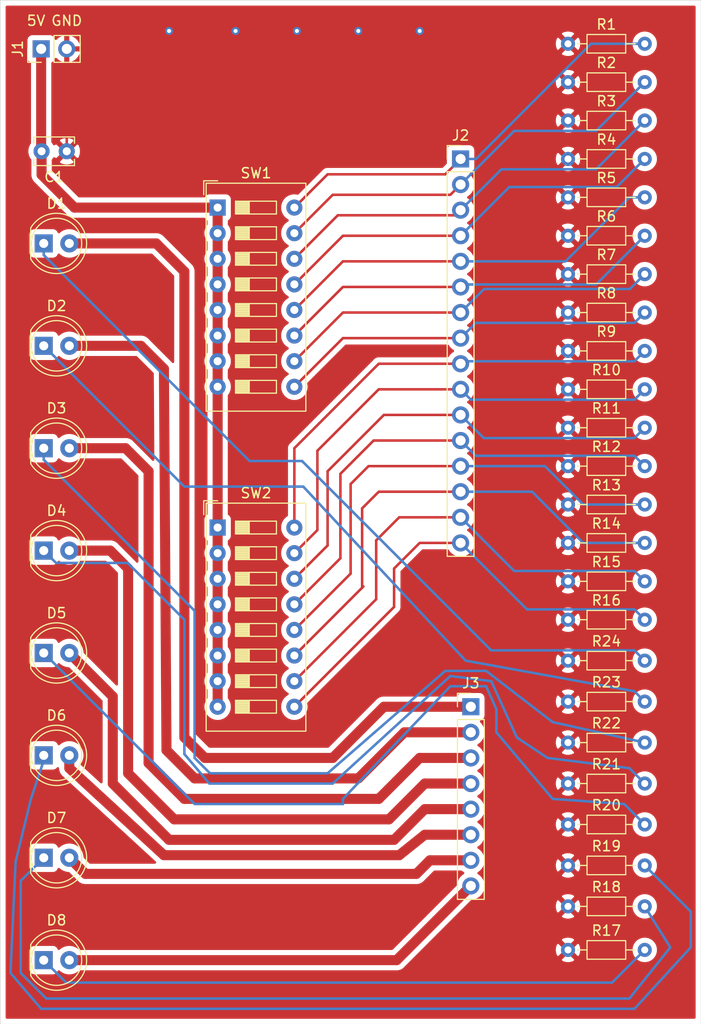
<source format=kicad_pcb>
(kicad_pcb (version 20171130) (host pcbnew "(5.1.12)-1")
  (layers (0 F.Cu signal hide) (31 B.Cu signal) (34 B.Paste user) (35 F.Paste user) (36 B.SilkS user) (37 F.SilkS user) (38 B.Mask user) (39 F.Mask user) (44 Edge.Cuts user))
  (net 0 "")
  (net 1 GND)
  (net 2 +5V)
  (net 3 "Net-(D1-Pad2)")
  (net 4 "Net-(D1-Pad1)")
  (net 5 "Net-(D2-Pad2)")
  (net 6 "Net-(D2-Pad1)")
  (net 7 "Net-(D3-Pad1)")
  (net 8 "Net-(D3-Pad2)")
  (net 9 "Net-(D4-Pad1)")
  (net 10 "Net-(D4-Pad2)")
  (net 11 "Net-(D5-Pad2)")
  (net 12 "Net-(D5-Pad1)")
  (net 13 "Net-(D6-Pad1)")
  (net 14 "Net-(D6-Pad2)")
  (net 15 "Net-(D7-Pad2)")
  (net 16 "Net-(D7-Pad1)")
  (net 17 "Net-(D8-Pad1)")
  (net 18 "Net-(D8-Pad2)")
  (net 19 "Net-(J2-Pad1)")
  (net 20 "Net-(J2-Pad2)")
  (net 21 "Net-(J2-Pad3)")
  (net 22 "Net-(J2-Pad4)")
  (net 23 "Net-(J2-Pad5)")
  (net 24 "Net-(J2-Pad6)")
  (net 25 "Net-(J2-Pad7)")
  (net 26 "Net-(J2-Pad8)")
  (net 27 "Net-(J2-Pad9)")
  (net 28 "Net-(J2-Pad10)")
  (net 29 "Net-(J2-Pad11)")
  (net 30 "Net-(J2-Pad12)")
  (net 31 "Net-(J2-Pad13)")
  (net 32 "Net-(J2-Pad14)")
  (net 33 "Net-(J2-Pad15)")
  (net 34 "Net-(J2-Pad16)")
  (module Capacitor_THT:C_Disc_D3.8mm_W2.6mm_P2.50mm (layer F.Cu) (at 87.376 45.466 180)
    (fp_text reference C1 (at 1.25 -2.55) (layer F.SilkS))
    (fp_text value 0.1uF)
    (pad 1 thru_hole circle (at 0 0 180) (size 1.6 1.6) (drill 0.8) (layers *.Cu *.Mask) (net 1 GND))
    (pad 2 thru_hole circle (at 2.5 0 180) (size 1.6 1.6) (drill 0.8) (layers *.Cu *.Mask) (net 2 +5V))
  )
  (module LED_THT:LED_D5.0mm (layer F.Cu) (at 85.09 125.73)
    (fp_text reference D8 (at 1.27 -3.96) (layer F.SilkS))
    (fp_text value LED)
    (pad 2 thru_hole circle (at 2.54 0) (size 1.8 1.8) (drill 0.9) (layers *.Cu *.Mask) (net 18 "Net-(D8-Pad2)"))
    (pad 1 thru_hole rect (at 0 0) (size 1.8 1.8) (drill 0.9) (layers *.Cu *.Mask) (net 17 "Net-(D8-Pad1)"))
  )
  (module LED_THT:LED_D5.0mm (layer F.Cu) (at 85.09 115.57)
    (fp_text reference D7 (at 1.27 -3.96) (layer F.SilkS))
    (fp_text value LED)
    (pad 2 thru_hole circle (at 2.54 0) (size 1.8 1.8) (drill 0.9) (layers *.Cu *.Mask) (net 15 "Net-(D7-Pad2)"))
    (pad 1 thru_hole rect (at 0 0) (size 1.8 1.8) (drill 0.9) (layers *.Cu *.Mask) (net 16 "Net-(D7-Pad1)"))
  )
  (module LED_THT:LED_D5.0mm (layer F.Cu) (at 85.09 105.41)
    (fp_text reference D6 (at 1.27 -3.96) (layer F.SilkS))
    (fp_text value LED)
    (pad 1 thru_hole rect (at 0 0) (size 1.8 1.8) (drill 0.9) (layers *.Cu *.Mask) (net 13 "Net-(D6-Pad1)"))
    (pad 2 thru_hole circle (at 2.54 0) (size 1.8 1.8) (drill 0.9) (layers *.Cu *.Mask) (net 14 "Net-(D6-Pad2)"))
  )
  (module LED_THT:LED_D5.0mm (layer F.Cu) (at 85.09 95.25)
    (fp_text reference D5 (at 1.27 -3.96) (layer F.SilkS))
    (fp_text value LED)
    (pad 1 thru_hole rect (at 0 0) (size 1.8 1.8) (drill 0.9) (layers *.Cu *.Mask) (net 12 "Net-(D5-Pad1)"))
    (pad 2 thru_hole circle (at 2.54 0) (size 1.8 1.8) (drill 0.9) (layers *.Cu *.Mask) (net 11 "Net-(D5-Pad2)"))
  )
  (module LED_THT:LED_D5.0mm (layer F.Cu) (at 85.09 85.09)
    (fp_text reference D4 (at 1.27 -3.96) (layer F.SilkS))
    (fp_text value LED)
    (pad 2 thru_hole circle (at 2.54 0) (size 1.8 1.8) (drill 0.9) (layers *.Cu *.Mask) (net 10 "Net-(D4-Pad2)"))
    (pad 1 thru_hole rect (at 0 0) (size 1.8 1.8) (drill 0.9) (layers *.Cu *.Mask) (net 9 "Net-(D4-Pad1)"))
  )
  (module LED_THT:LED_D5.0mm (layer F.Cu) (at 85.09 74.93)
    (fp_text reference D3 (at 1.27 -3.96) (layer F.SilkS))
    (fp_text value LED)
    (pad 1 thru_hole rect (at 0 0) (size 1.8 1.8) (drill 0.9) (layers *.Cu *.Mask) (net 7 "Net-(D3-Pad1)"))
    (pad 2 thru_hole circle (at 2.54 0) (size 1.8 1.8) (drill 0.9) (layers *.Cu *.Mask) (net 8 "Net-(D3-Pad2)"))
  )
  (module LED_THT:LED_D5.0mm (layer F.Cu) (at 85.09 64.77)
    (fp_text reference D2 (at 1.27 -3.96) (layer F.SilkS))
    (fp_text value LED)
    (pad 2 thru_hole circle (at 2.54 0) (size 1.8 1.8) (drill 0.9) (layers *.Cu *.Mask) (net 5 "Net-(D2-Pad2)"))
    (pad 1 thru_hole rect (at 0 0) (size 1.8 1.8) (drill 0.9) (layers *.Cu *.Mask) (net 6 "Net-(D2-Pad1)"))
  )
  (module LED_THT:LED_D5.0mm (layer F.Cu) (at 85.09 54.61)
    (fp_text reference D1 (at 1.27 -3.96) (layer F.SilkS))
    (fp_text value LED)
    (pad 1 thru_hole rect (at 0 0) (size 1.8 1.8) (drill 0.9) (layers *.Cu *.Mask) (net 4 "Net-(D1-Pad1)"))
    (pad 2 thru_hole circle (at 2.54 0) (size 1.8 1.8) (drill 0.9) (layers *.Cu *.Mask) (net 3 "Net-(D1-Pad2)"))
  )
  (module Connector_PinHeader_2.54mm:PinHeader_1x02_P2.54mm_Vertical (layer F.Cu) (at 84.836 35.306 90)
    (fp_text reference J1 (at 0 -2.33 90) (layer F.SilkS))
    (fp_text value Conn_01x02)
    (pad 1 thru_hole rect (at 0 0 90) (size 1.7 1.7) (drill 1) (layers *.Cu *.Mask) (net 2 +5V))
    (pad 2 thru_hole oval (at 0 2.54 90) (size 1.7 1.7) (drill 1) (layers *.Cu *.Mask) (net 1 GND))
  )
  (module Connector_PinHeader_2.54mm:PinHeader_1x16_P2.54mm_Vertical (layer F.Cu) (at 126.492 46.228)
    (fp_text reference J2 (at 0 -2.33) (layer F.SilkS))
    (fp_text value Conn_01x16)
    (pad 1 thru_hole rect (at 0 0) (size 1.7 1.7) (drill 1) (layers *.Cu *.Mask) (net 19 "Net-(J2-Pad1)"))
    (pad 2 thru_hole oval (at 0 2.54) (size 1.7 1.7) (drill 1) (layers *.Cu *.Mask) (net 20 "Net-(J2-Pad2)"))
    (pad 3 thru_hole oval (at 0 5.08) (size 1.7 1.7) (drill 1) (layers *.Cu *.Mask) (net 21 "Net-(J2-Pad3)"))
    (pad 4 thru_hole oval (at 0 7.62) (size 1.7 1.7) (drill 1) (layers *.Cu *.Mask) (net 22 "Net-(J2-Pad4)"))
    (pad 5 thru_hole oval (at 0 10.16) (size 1.7 1.7) (drill 1) (layers *.Cu *.Mask) (net 23 "Net-(J2-Pad5)"))
    (pad 6 thru_hole oval (at 0 12.7) (size 1.7 1.7) (drill 1) (layers *.Cu *.Mask) (net 24 "Net-(J2-Pad6)"))
    (pad 7 thru_hole oval (at 0 15.24) (size 1.7 1.7) (drill 1) (layers *.Cu *.Mask) (net 25 "Net-(J2-Pad7)"))
    (pad 8 thru_hole oval (at 0 17.78) (size 1.7 1.7) (drill 1) (layers *.Cu *.Mask) (net 26 "Net-(J2-Pad8)"))
    (pad 9 thru_hole oval (at 0 20.32) (size 1.7 1.7) (drill 1) (layers *.Cu *.Mask) (net 27 "Net-(J2-Pad9)"))
    (pad 10 thru_hole oval (at 0 22.86) (size 1.7 1.7) (drill 1) (layers *.Cu *.Mask) (net 28 "Net-(J2-Pad10)"))
    (pad 11 thru_hole oval (at 0 25.4) (size 1.7 1.7) (drill 1) (layers *.Cu *.Mask) (net 29 "Net-(J2-Pad11)"))
    (pad 12 thru_hole oval (at 0 27.94) (size 1.7 1.7) (drill 1) (layers *.Cu *.Mask) (net 30 "Net-(J2-Pad12)"))
    (pad 13 thru_hole oval (at 0 30.48) (size 1.7 1.7) (drill 1) (layers *.Cu *.Mask) (net 31 "Net-(J2-Pad13)"))
    (pad 14 thru_hole oval (at 0 33.02) (size 1.7 1.7) (drill 1) (layers *.Cu *.Mask) (net 32 "Net-(J2-Pad14)"))
    (pad 15 thru_hole oval (at 0 35.56) (size 1.7 1.7) (drill 1) (layers *.Cu *.Mask) (net 33 "Net-(J2-Pad15)"))
    (pad 16 thru_hole oval (at 0 38.1) (size 1.7 1.7) (drill 1) (layers *.Cu *.Mask) (net 34 "Net-(J2-Pad16)"))
  )
  (module Connector_PinHeader_2.54mm:PinHeader_1x08_P2.54mm_Vertical (layer F.Cu) (at 127.508 100.584)
    (fp_text reference J3 (at 0 -2.33) (layer F.SilkS))
    (fp_text value Conn_01x08)
    (pad 1 thru_hole rect (at 0 0) (size 1.7 1.7) (drill 1) (layers *.Cu *.Mask) (net 3 "Net-(D1-Pad2)"))
    (pad 2 thru_hole oval (at 0 2.54) (size 1.7 1.7) (drill 1) (layers *.Cu *.Mask) (net 5 "Net-(D2-Pad2)"))
    (pad 3 thru_hole oval (at 0 5.08) (size 1.7 1.7) (drill 1) (layers *.Cu *.Mask) (net 8 "Net-(D3-Pad2)"))
    (pad 4 thru_hole oval (at 0 7.62) (size 1.7 1.7) (drill 1) (layers *.Cu *.Mask) (net 10 "Net-(D4-Pad2)"))
    (pad 5 thru_hole oval (at 0 10.16) (size 1.7 1.7) (drill 1) (layers *.Cu *.Mask) (net 11 "Net-(D5-Pad2)"))
    (pad 6 thru_hole oval (at 0 12.7) (size 1.7 1.7) (drill 1) (layers *.Cu *.Mask) (net 14 "Net-(D6-Pad2)"))
    (pad 7 thru_hole oval (at 0 15.24) (size 1.7 1.7) (drill 1) (layers *.Cu *.Mask) (net 15 "Net-(D7-Pad2)"))
    (pad 8 thru_hole oval (at 0 17.78) (size 1.7 1.7) (drill 1) (layers *.Cu *.Mask) (net 18 "Net-(D8-Pad2)"))
  )
  (module Resistor_THT:R_Axial_DIN0204_L3.6mm_D1.6mm_P7.62mm_Horizontal (layer F.Cu) (at 137.16 34.798)
    (fp_text reference R1 (at 3.81 -1.92) (layer F.SilkS))
    (fp_text value 1K)
    (pad 1 thru_hole circle (at 0 0) (size 1.4 1.4) (drill 0.7) (layers *.Cu *.Mask) (net 1 GND))
    (pad 2 thru_hole oval (at 7.62 0) (size 1.4 1.4) (drill 0.7) (layers *.Cu *.Mask) (net 19 "Net-(J2-Pad1)"))
  )
  (module Resistor_THT:R_Axial_DIN0204_L3.6mm_D1.6mm_P7.62mm_Horizontal (layer F.Cu) (at 137.16 38.608)
    (fp_text reference R2 (at 3.81 -1.92) (layer F.SilkS))
    (fp_text value 1K)
    (pad 2 thru_hole oval (at 7.62 0) (size 1.4 1.4) (drill 0.7) (layers *.Cu *.Mask) (net 20 "Net-(J2-Pad2)"))
    (pad 1 thru_hole circle (at 0 0) (size 1.4 1.4) (drill 0.7) (layers *.Cu *.Mask) (net 1 GND))
  )
  (module Resistor_THT:R_Axial_DIN0204_L3.6mm_D1.6mm_P7.62mm_Horizontal (layer F.Cu) (at 137.16 42.418)
    (fp_text reference R3 (at 3.81 -1.92) (layer F.SilkS))
    (fp_text value 1K)
    (pad 1 thru_hole circle (at 0 0) (size 1.4 1.4) (drill 0.7) (layers *.Cu *.Mask) (net 1 GND))
    (pad 2 thru_hole oval (at 7.62 0) (size 1.4 1.4) (drill 0.7) (layers *.Cu *.Mask) (net 21 "Net-(J2-Pad3)"))
  )
  (module Resistor_THT:R_Axial_DIN0204_L3.6mm_D1.6mm_P7.62mm_Horizontal (layer F.Cu) (at 137.16 46.228)
    (fp_text reference R4 (at 3.81 -1.92) (layer F.SilkS))
    (fp_text value 1K)
    (pad 2 thru_hole oval (at 7.62 0) (size 1.4 1.4) (drill 0.7) (layers *.Cu *.Mask) (net 22 "Net-(J2-Pad4)"))
    (pad 1 thru_hole circle (at 0 0) (size 1.4 1.4) (drill 0.7) (layers *.Cu *.Mask) (net 1 GND))
  )
  (module Resistor_THT:R_Axial_DIN0204_L3.6mm_D1.6mm_P7.62mm_Horizontal (layer F.Cu) (at 137.16 50.038)
    (fp_text reference R5 (at 3.81 -1.92) (layer F.SilkS))
    (fp_text value 1K)
    (pad 1 thru_hole circle (at 0 0) (size 1.4 1.4) (drill 0.7) (layers *.Cu *.Mask) (net 1 GND))
    (pad 2 thru_hole oval (at 7.62 0) (size 1.4 1.4) (drill 0.7) (layers *.Cu *.Mask) (net 23 "Net-(J2-Pad5)"))
  )
  (module Resistor_THT:R_Axial_DIN0204_L3.6mm_D1.6mm_P7.62mm_Horizontal (layer F.Cu) (at 137.16 53.848)
    (fp_text reference R6 (at 3.81 -1.92) (layer F.SilkS))
    (fp_text value 1K)
    (pad 2 thru_hole oval (at 7.62 0) (size 1.4 1.4) (drill 0.7) (layers *.Cu *.Mask) (net 24 "Net-(J2-Pad6)"))
    (pad 1 thru_hole circle (at 0 0) (size 1.4 1.4) (drill 0.7) (layers *.Cu *.Mask) (net 1 GND))
  )
  (module Resistor_THT:R_Axial_DIN0204_L3.6mm_D1.6mm_P7.62mm_Horizontal (layer F.Cu) (at 137.16 57.658)
    (fp_text reference R7 (at 3.81 -1.92) (layer F.SilkS))
    (fp_text value 1K)
    (pad 1 thru_hole circle (at 0 0) (size 1.4 1.4) (drill 0.7) (layers *.Cu *.Mask) (net 1 GND))
    (pad 2 thru_hole oval (at 7.62 0) (size 1.4 1.4) (drill 0.7) (layers *.Cu *.Mask) (net 25 "Net-(J2-Pad7)"))
  )
  (module Resistor_THT:R_Axial_DIN0204_L3.6mm_D1.6mm_P7.62mm_Horizontal (layer F.Cu) (at 137.16 61.468)
    (fp_text reference R8 (at 3.81 -1.92) (layer F.SilkS))
    (fp_text value 1K)
    (pad 2 thru_hole oval (at 7.62 0) (size 1.4 1.4) (drill 0.7) (layers *.Cu *.Mask) (net 26 "Net-(J2-Pad8)"))
    (pad 1 thru_hole circle (at 0 0) (size 1.4 1.4) (drill 0.7) (layers *.Cu *.Mask) (net 1 GND))
  )
  (module Resistor_THT:R_Axial_DIN0204_L3.6mm_D1.6mm_P7.62mm_Horizontal (layer F.Cu) (at 137.16 65.278)
    (fp_text reference R9 (at 3.81 -1.92) (layer F.SilkS))
    (fp_text value 1K)
    (pad 1 thru_hole circle (at 0 0) (size 1.4 1.4) (drill 0.7) (layers *.Cu *.Mask) (net 1 GND))
    (pad 2 thru_hole oval (at 7.62 0) (size 1.4 1.4) (drill 0.7) (layers *.Cu *.Mask) (net 27 "Net-(J2-Pad9)"))
  )
  (module Resistor_THT:R_Axial_DIN0204_L3.6mm_D1.6mm_P7.62mm_Horizontal (layer F.Cu) (at 137.16 69.088)
    (fp_text reference R10 (at 3.81 -1.92) (layer F.SilkS))
    (fp_text value 1K)
    (pad 2 thru_hole oval (at 7.62 0) (size 1.4 1.4) (drill 0.7) (layers *.Cu *.Mask) (net 28 "Net-(J2-Pad10)"))
    (pad 1 thru_hole circle (at 0 0) (size 1.4 1.4) (drill 0.7) (layers *.Cu *.Mask) (net 1 GND))
  )
  (module Resistor_THT:R_Axial_DIN0204_L3.6mm_D1.6mm_P7.62mm_Horizontal (layer F.Cu) (at 137.16 72.898)
    (fp_text reference R11 (at 3.81 -1.92) (layer F.SilkS))
    (fp_text value 1K)
    (pad 1 thru_hole circle (at 0 0) (size 1.4 1.4) (drill 0.7) (layers *.Cu *.Mask) (net 1 GND))
    (pad 2 thru_hole oval (at 7.62 0) (size 1.4 1.4) (drill 0.7) (layers *.Cu *.Mask) (net 29 "Net-(J2-Pad11)"))
  )
  (module Resistor_THT:R_Axial_DIN0204_L3.6mm_D1.6mm_P7.62mm_Horizontal (layer F.Cu) (at 137.16 76.708)
    (fp_text reference R12 (at 3.81 -1.92) (layer F.SilkS))
    (fp_text value 1K)
    (pad 2 thru_hole oval (at 7.62 0) (size 1.4 1.4) (drill 0.7) (layers *.Cu *.Mask) (net 30 "Net-(J2-Pad12)"))
    (pad 1 thru_hole circle (at 0 0) (size 1.4 1.4) (drill 0.7) (layers *.Cu *.Mask) (net 1 GND))
  )
  (module Resistor_THT:R_Axial_DIN0204_L3.6mm_D1.6mm_P7.62mm_Horizontal (layer F.Cu) (at 137.16 80.518)
    (fp_text reference R13 (at 3.81 -1.92) (layer F.SilkS))
    (fp_text value 1K)
    (pad 1 thru_hole circle (at 0 0) (size 1.4 1.4) (drill 0.7) (layers *.Cu *.Mask) (net 1 GND))
    (pad 2 thru_hole oval (at 7.62 0) (size 1.4 1.4) (drill 0.7) (layers *.Cu *.Mask) (net 31 "Net-(J2-Pad13)"))
  )
  (module Resistor_THT:R_Axial_DIN0204_L3.6mm_D1.6mm_P7.62mm_Horizontal (layer F.Cu) (at 137.16 84.328)
    (fp_text reference R14 (at 3.81 -1.92) (layer F.SilkS))
    (fp_text value 1K)
    (pad 2 thru_hole oval (at 7.62 0) (size 1.4 1.4) (drill 0.7) (layers *.Cu *.Mask) (net 32 "Net-(J2-Pad14)"))
    (pad 1 thru_hole circle (at 0 0) (size 1.4 1.4) (drill 0.7) (layers *.Cu *.Mask) (net 1 GND))
  )
  (module Resistor_THT:R_Axial_DIN0204_L3.6mm_D1.6mm_P7.62mm_Horizontal (layer F.Cu) (at 137.16 88.138)
    (fp_text reference R15 (at 3.81 -1.92) (layer F.SilkS))
    (fp_text value 1K)
    (pad 1 thru_hole circle (at 0 0) (size 1.4 1.4) (drill 0.7) (layers *.Cu *.Mask) (net 1 GND))
    (pad 2 thru_hole oval (at 7.62 0) (size 1.4 1.4) (drill 0.7) (layers *.Cu *.Mask) (net 33 "Net-(J2-Pad15)"))
  )
  (module Resistor_THT:R_Axial_DIN0204_L3.6mm_D1.6mm_P7.62mm_Horizontal (layer F.Cu) (at 137.16 91.948)
    (fp_text reference R16 (at 3.81 -1.92) (layer F.SilkS))
    (fp_text value 1K)
    (pad 2 thru_hole oval (at 7.62 0) (size 1.4 1.4) (drill 0.7) (layers *.Cu *.Mask) (net 34 "Net-(J2-Pad16)"))
    (pad 1 thru_hole circle (at 0 0) (size 1.4 1.4) (drill 0.7) (layers *.Cu *.Mask) (net 1 GND))
  )
  (module Resistor_THT:R_Axial_DIN0204_L3.6mm_D1.6mm_P7.62mm_Horizontal (layer F.Cu) (at 137.16 124.714)
    (fp_text reference R17 (at 3.81 -1.92) (layer F.SilkS))
    (fp_text value 180)
    (pad 2 thru_hole oval (at 7.62 0) (size 1.4 1.4) (drill 0.7) (layers *.Cu *.Mask) (net 17 "Net-(D8-Pad1)"))
    (pad 1 thru_hole circle (at 0 0) (size 1.4 1.4) (drill 0.7) (layers *.Cu *.Mask) (net 1 GND))
  )
  (module Resistor_THT:R_Axial_DIN0204_L3.6mm_D1.6mm_P7.62mm_Horizontal (layer F.Cu) (at 137.16 120.396)
    (fp_text reference R18 (at 3.81 -1.92) (layer F.SilkS))
    (fp_text value 180)
    (pad 2 thru_hole oval (at 7.62 0) (size 1.4 1.4) (drill 0.7) (layers *.Cu *.Mask) (net 16 "Net-(D7-Pad1)"))
    (pad 1 thru_hole circle (at 0 0) (size 1.4 1.4) (drill 0.7) (layers *.Cu *.Mask) (net 1 GND))
  )
  (module Resistor_THT:R_Axial_DIN0204_L3.6mm_D1.6mm_P7.62mm_Horizontal (layer F.Cu) (at 137.16 116.332)
    (fp_text reference R19 (at 3.81 -1.92) (layer F.SilkS))
    (fp_text value 180)
    (pad 1 thru_hole circle (at 0 0) (size 1.4 1.4) (drill 0.7) (layers *.Cu *.Mask) (net 1 GND))
    (pad 2 thru_hole oval (at 7.62 0) (size 1.4 1.4) (drill 0.7) (layers *.Cu *.Mask) (net 13 "Net-(D6-Pad1)"))
  )
  (module Resistor_THT:R_Axial_DIN0204_L3.6mm_D1.6mm_P7.62mm_Horizontal (layer F.Cu) (at 137.16 112.268)
    (fp_text reference R20 (at 3.81 -1.92) (layer F.SilkS))
    (fp_text value 180)
    (pad 2 thru_hole oval (at 7.62 0) (size 1.4 1.4) (drill 0.7) (layers *.Cu *.Mask) (net 12 "Net-(D5-Pad1)"))
    (pad 1 thru_hole circle (at 0 0) (size 1.4 1.4) (drill 0.7) (layers *.Cu *.Mask) (net 1 GND))
  )
  (module Resistor_THT:R_Axial_DIN0204_L3.6mm_D1.6mm_P7.62mm_Horizontal (layer F.Cu) (at 137.16 108.204)
    (fp_text reference R21 (at 3.81 -1.92) (layer F.SilkS))
    (fp_text value 180)
    (pad 1 thru_hole circle (at 0 0) (size 1.4 1.4) (drill 0.7) (layers *.Cu *.Mask) (net 1 GND))
    (pad 2 thru_hole oval (at 7.62 0) (size 1.4 1.4) (drill 0.7) (layers *.Cu *.Mask) (net 9 "Net-(D4-Pad1)"))
  )
  (module Resistor_THT:R_Axial_DIN0204_L3.6mm_D1.6mm_P7.62mm_Horizontal (layer F.Cu) (at 137.16 104.14)
    (fp_text reference R22 (at 3.81 -1.92) (layer F.SilkS))
    (fp_text value 180)
    (pad 2 thru_hole oval (at 7.62 0) (size 1.4 1.4) (drill 0.7) (layers *.Cu *.Mask) (net 7 "Net-(D3-Pad1)"))
    (pad 1 thru_hole circle (at 0 0) (size 1.4 1.4) (drill 0.7) (layers *.Cu *.Mask) (net 1 GND))
  )
  (module Resistor_THT:R_Axial_DIN0204_L3.6mm_D1.6mm_P7.62mm_Horizontal (layer F.Cu) (at 137.16 100.076)
    (fp_text reference R23 (at 3.81 -1.92) (layer F.SilkS))
    (fp_text value 180)
    (pad 1 thru_hole circle (at 0 0) (size 1.4 1.4) (drill 0.7) (layers *.Cu *.Mask) (net 1 GND))
    (pad 2 thru_hole oval (at 7.62 0) (size 1.4 1.4) (drill 0.7) (layers *.Cu *.Mask) (net 6 "Net-(D2-Pad1)"))
  )
  (module Resistor_THT:R_Axial_DIN0204_L3.6mm_D1.6mm_P7.62mm_Horizontal (layer F.Cu) (at 137.16 96.012)
    (fp_text reference R24 (at 3.81 -1.92) (layer F.SilkS))
    (fp_text value 180)
    (pad 1 thru_hole circle (at 0 0) (size 1.4 1.4) (drill 0.7) (layers *.Cu *.Mask) (net 1 GND))
    (pad 2 thru_hole oval (at 7.62 0) (size 1.4 1.4) (drill 0.7) (layers *.Cu *.Mask) (net 4 "Net-(D1-Pad1)"))
  )
  (module Button_Switch_THT:SW_DIP_SPSTx08_Slide_9.78x22.5mm_W7.62mm_P2.54mm (layer F.Cu) (at 102.362 51.054)
    (fp_text reference SW1 (at 3.81 -3.42) (layer F.SilkS))
    (fp_text value SW_DIP_x08)
    (pad 16 thru_hole oval (at 7.62 0) (size 1.6 1.6) (drill 0.8) (layers *.Cu *.Mask) (net 19 "Net-(J2-Pad1)"))
    (pad 8 thru_hole oval (at 0 17.78) (size 1.6 1.6) (drill 0.8) (layers *.Cu *.Mask) (net 2 +5V))
    (pad 15 thru_hole oval (at 7.62 2.54) (size 1.6 1.6) (drill 0.8) (layers *.Cu *.Mask) (net 20 "Net-(J2-Pad2)"))
    (pad 7 thru_hole oval (at 0 15.24) (size 1.6 1.6) (drill 0.8) (layers *.Cu *.Mask) (net 2 +5V))
    (pad 14 thru_hole oval (at 7.62 5.08) (size 1.6 1.6) (drill 0.8) (layers *.Cu *.Mask) (net 21 "Net-(J2-Pad3)"))
    (pad 6 thru_hole oval (at 0 12.7) (size 1.6 1.6) (drill 0.8) (layers *.Cu *.Mask) (net 2 +5V))
    (pad 13 thru_hole oval (at 7.62 7.62) (size 1.6 1.6) (drill 0.8) (layers *.Cu *.Mask) (net 22 "Net-(J2-Pad4)"))
    (pad 5 thru_hole oval (at 0 10.16) (size 1.6 1.6) (drill 0.8) (layers *.Cu *.Mask) (net 2 +5V))
    (pad 12 thru_hole oval (at 7.62 10.16) (size 1.6 1.6) (drill 0.8) (layers *.Cu *.Mask) (net 23 "Net-(J2-Pad5)"))
    (pad 4 thru_hole oval (at 0 7.62) (size 1.6 1.6) (drill 0.8) (layers *.Cu *.Mask) (net 2 +5V))
    (pad 11 thru_hole oval (at 7.62 12.7) (size 1.6 1.6) (drill 0.8) (layers *.Cu *.Mask) (net 24 "Net-(J2-Pad6)"))
    (pad 3 thru_hole oval (at 0 5.08) (size 1.6 1.6) (drill 0.8) (layers *.Cu *.Mask) (net 2 +5V))
    (pad 10 thru_hole oval (at 7.62 15.24) (size 1.6 1.6) (drill 0.8) (layers *.Cu *.Mask) (net 25 "Net-(J2-Pad7)"))
    (pad 2 thru_hole oval (at 0 2.54) (size 1.6 1.6) (drill 0.8) (layers *.Cu *.Mask) (net 2 +5V))
    (pad 9 thru_hole oval (at 7.62 17.78) (size 1.6 1.6) (drill 0.8) (layers *.Cu *.Mask) (net 26 "Net-(J2-Pad8)"))
    (pad 1 thru_hole rect (at 0 0) (size 1.6 1.6) (drill 0.8) (layers *.Cu *.Mask) (net 2 +5V))
  )
  (module Button_Switch_THT:SW_DIP_SPSTx08_Slide_9.78x22.5mm_W7.62mm_P2.54mm (layer F.Cu) (at 102.362 82.804)
    (fp_text reference SW2 (at 3.81 -3.42) (layer F.SilkS))
    (fp_text value SW_DIP_x08)
    (pad 1 thru_hole rect (at 0 0) (size 1.6 1.6) (drill 0.8) (layers *.Cu *.Mask) (net 2 +5V))
    (pad 9 thru_hole oval (at 7.62 17.78) (size 1.6 1.6) (drill 0.8) (layers *.Cu *.Mask) (net 34 "Net-(J2-Pad16)"))
    (pad 2 thru_hole oval (at 0 2.54) (size 1.6 1.6) (drill 0.8) (layers *.Cu *.Mask) (net 2 +5V))
    (pad 10 thru_hole oval (at 7.62 15.24) (size 1.6 1.6) (drill 0.8) (layers *.Cu *.Mask) (net 33 "Net-(J2-Pad15)"))
    (pad 3 thru_hole oval (at 0 5.08) (size 1.6 1.6) (drill 0.8) (layers *.Cu *.Mask) (net 2 +5V))
    (pad 11 thru_hole oval (at 7.62 12.7) (size 1.6 1.6) (drill 0.8) (layers *.Cu *.Mask) (net 32 "Net-(J2-Pad14)"))
    (pad 4 thru_hole oval (at 0 7.62) (size 1.6 1.6) (drill 0.8) (layers *.Cu *.Mask) (net 2 +5V))
    (pad 12 thru_hole oval (at 7.62 10.16) (size 1.6 1.6) (drill 0.8) (layers *.Cu *.Mask) (net 31 "Net-(J2-Pad13)"))
    (pad 5 thru_hole oval (at 0 10.16) (size 1.6 1.6) (drill 0.8) (layers *.Cu *.Mask) (net 2 +5V))
    (pad 13 thru_hole oval (at 7.62 7.62) (size 1.6 1.6) (drill 0.8) (layers *.Cu *.Mask) (net 30 "Net-(J2-Pad12)"))
    (pad 6 thru_hole oval (at 0 12.7) (size 1.6 1.6) (drill 0.8) (layers *.Cu *.Mask) (net 2 +5V))
    (pad 14 thru_hole oval (at 7.62 5.08) (size 1.6 1.6) (drill 0.8) (layers *.Cu *.Mask) (net 29 "Net-(J2-Pad11)"))
    (pad 7 thru_hole oval (at 0 15.24) (size 1.6 1.6) (drill 0.8) (layers *.Cu *.Mask) (net 2 +5V))
    (pad 15 thru_hole oval (at 7.62 2.54) (size 1.6 1.6) (drill 0.8) (layers *.Cu *.Mask) (net 28 "Net-(J2-Pad10)"))
    (pad 8 thru_hole oval (at 0 17.78) (size 1.6 1.6) (drill 0.8) (layers *.Cu *.Mask) (net 2 +5V))
    (pad 16 thru_hole oval (at 7.62 0) (size 1.6 1.6) (drill 0.8) (layers *.Cu *.Mask) (net 27 "Net-(J2-Pad9)"))
  )
  (gr_line (start 80.772 132.08) (end 80.772 30.48) (layer Edge.Cuts) (width 0.05))
  (gr_line (start 150.368 132.08) (end 80.772 132.08) (layer Edge.Cuts) (width 0.05))
  (gr_line (start 150.368 30.48) (end 150.368 132.08) (layer Edge.Cuts) (width 0.05))
  (gr_line (start 80.772 30.48) (end 150.368 30.48) (layer Edge.Cuts) (width 0.05))
  (gr_text GND (at 87.376 32.512) (layer F.SilkS) (effects (font (size 1 1))))
  (gr_text 5V (at 84.328 32.512) (layer F.SilkS) (effects (font (size 1 1))))
  (segment (start 87.376 35.306) (end 87.376 45.466) (width 0.25) (layer F.Cu) (net 1))
  (via (at 97.536 33.528) (size 0.8) (drill 0.4) (layers F.Cu B.Cu) (net 1))
  (via (at 104.14 33.528) (size 0.8) (drill 0.4) (layers F.Cu B.Cu) (net 1))
  (via (at 110.236 33.528) (size 0.8) (drill 0.4) (layers F.Cu B.Cu) (net 1))
  (via (at 116.332 33.528) (size 0.8) (drill 0.4) (layers F.Cu B.Cu) (net 1))
  (via (at 122.428 33.528) (size 0.8) (drill 0.4) (layers F.Cu B.Cu) (net 1))
  (segment (start 84.836 35.306) (end 84.836 35.56) (width 0.25) (layer F.Cu) (net 2))
  (segment (start 84.836 45.146002) (end 84.876 45.186002) (width 1) (layer F.Cu) (net 2))
  (segment (start 84.876 45.186002) (end 84.876 45.466) (width 1) (layer F.Cu) (net 2))
  (segment (start 84.836 35.306) (end 84.836 45.146002) (width 1) (layer F.Cu) (net 2))
  (segment (start 84.876 45.466) (end 84.876 47.792) (width 1) (layer F.Cu) (net 2))
  (segment (start 88.138 51.054) (end 102.362 51.054) (width 1) (layer F.Cu) (net 2))
  (segment (start 84.876 47.792) (end 88.138 51.054) (width 1) (layer F.Cu) (net 2))
  (segment (start 102.362 51.054) (end 102.362 53.594) (width 1) (layer F.Cu) (net 2))
  (segment (start 102.362 53.594) (end 102.362 56.134) (width 1) (layer F.Cu) (net 2))
  (segment (start 102.362 56.134) (end 102.362 58.674) (width 1) (layer F.Cu) (net 2))
  (segment (start 102.362 58.674) (end 102.362 61.214) (width 1) (layer F.Cu) (net 2))
  (segment (start 102.362 61.214) (end 102.362 63.754) (width 1) (layer F.Cu) (net 2))
  (segment (start 102.362 63.754) (end 102.362 66.294) (width 1) (layer F.Cu) (net 2))
  (segment (start 102.362 66.294) (end 102.362 68.834) (width 1) (layer F.Cu) (net 2))
  (segment (start 102.362 68.834) (end 102.362 82.804) (width 1) (layer F.Cu) (net 2))
  (segment (start 102.362 82.804) (end 102.362 85.344) (width 1) (layer F.Cu) (net 2))
  (segment (start 102.362 85.344) (end 102.362 87.884) (width 1) (layer F.Cu) (net 2))
  (segment (start 102.362 87.884) (end 102.362 90.424) (width 1) (layer F.Cu) (net 2))
  (segment (start 102.362 90.424) (end 102.362 92.964) (width 1) (layer F.Cu) (net 2))
  (segment (start 102.362 92.964) (end 102.362 95.504) (width 1) (layer F.Cu) (net 2))
  (segment (start 102.362 95.504) (end 102.362 98.044) (width 1) (layer F.Cu) (net 2))
  (segment (start 102.362 98.044) (end 102.362 100.584) (width 1) (layer F.Cu) (net 2))
  (segment (start 127.508 100.584) (end 118.872 100.584) (width 1) (layer F.Cu) (net 3))
  (segment (start 118.872 100.584) (end 113.792 105.664) (width 1) (layer F.Cu) (net 3))
  (segment (start 113.792 105.664) (end 101.092 105.664) (width 1) (layer F.Cu) (net 3))
  (segment (start 101.092 105.664) (end 99.06 103.632) (width 1) (layer F.Cu) (net 3))
  (segment (start 99.06 103.632) (end 99.06 57.404) (width 1) (layer F.Cu) (net 3))
  (segment (start 96.266 54.61) (end 87.63 54.61) (width 1) (layer F.Cu) (net 3))
  (segment (start 99.06 57.404) (end 96.266 54.61) (width 1) (layer F.Cu) (net 3))
  (segment (start 85.09 55.76) (end 105.53 76.2) (width 0.25) (layer B.Cu) (net 4))
  (segment (start 85.09 54.61) (end 85.09 55.76) (width 0.25) (layer B.Cu) (net 4))
  (segment (start 105.53 76.2) (end 110.744 76.2) (width 0.25) (layer B.Cu) (net 4))
  (segment (start 143.754999 94.986999) (end 144.78 96.012) (width 0.25) (layer B.Cu) (net 4))
  (segment (start 129.530999 94.986999) (end 143.754999 94.986999) (width 0.25) (layer B.Cu) (net 4))
  (segment (start 110.744 76.2) (end 129.530999 94.986999) (width 0.25) (layer B.Cu) (net 4))
  (segment (start 94.742 64.77) (end 87.63 64.77) (width 1) (layer F.Cu) (net 5))
  (segment (start 97.028 67.056) (end 94.742 64.77) (width 1) (layer F.Cu) (net 5))
  (segment (start 100.076 107.696) (end 97.282 104.902) (width 1) (layer F.Cu) (net 5))
  (segment (start 116.332 107.696) (end 100.076 107.696) (width 1) (layer F.Cu) (net 5))
  (segment (start 97.282 104.902) (end 97.028 67.056) (width 1) (layer F.Cu) (net 5))
  (segment (start 120.904 103.124) (end 116.332 107.696) (width 1) (layer F.Cu) (net 5))
  (segment (start 127.508 103.124) (end 120.904 103.124) (width 1) (layer F.Cu) (net 5))
  (segment (start 143.754999 99.050999) (end 144.78 100.076) (width 0.25) (layer B.Cu) (net 6))
  (segment (start 127 96.012) (end 143.754999 99.050999) (width 0.25) (layer B.Cu) (net 6))
  (segment (start 99.06 78.74) (end 110.869003 78.74) (width 0.25) (layer B.Cu) (net 6))
  (segment (start 110.869003 78.74) (end 127 96.012) (width 0.25) (layer B.Cu) (net 6))
  (segment (start 85.09 64.77) (end 99.06 78.74) (width 0.25) (layer B.Cu) (net 6))
  (segment (start 129.032 97.028) (end 135.636 102.108) (width 0.25) (layer B.Cu) (net 7))
  (segment (start 124.968 97.028) (end 129.032 97.028) (width 0.25) (layer B.Cu) (net 7))
  (segment (start 113.284 107.188) (end 124.968 97.028) (width 0.25) (layer B.Cu) (net 7))
  (segment (start 100.076 105.664) (end 101.6 107.188) (width 0.25) (layer B.Cu) (net 7))
  (segment (start 101.6 107.188) (end 113.284 107.188) (width 0.25) (layer B.Cu) (net 7))
  (segment (start 100.076 91.066) (end 100.076 105.664) (width 0.25) (layer B.Cu) (net 7))
  (segment (start 135.636 102.108) (end 144.78 104.14) (width 0.25) (layer B.Cu) (net 7))
  (segment (start 85.09 76.08) (end 100.076 91.066) (width 0.25) (layer B.Cu) (net 7))
  (segment (start 85.09 74.93) (end 85.09 76.08) (width 0.25) (layer B.Cu) (net 7))
  (segment (start 127.508 105.664) (end 122.428 105.664) (width 1) (layer F.Cu) (net 8))
  (segment (start 122.428 105.664) (end 118.364 109.728) (width 1) (layer F.Cu) (net 8))
  (segment (start 118.364 109.728) (end 99.06 109.728) (width 1) (layer F.Cu) (net 8))
  (segment (start 99.06 109.728) (end 95.504 106.172) (width 1) (layer F.Cu) (net 8))
  (segment (start 95.504 106.172) (end 95.504 77.216) (width 1) (layer F.Cu) (net 8))
  (segment (start 93.218 74.93) (end 87.63 74.93) (width 1) (layer F.Cu) (net 8))
  (segment (start 95.504 77.216) (end 93.218 74.93) (width 1) (layer F.Cu) (net 8))
  (segment (start 143.256 106.68) (end 144.78 108.204) (width 0.25) (layer B.Cu) (net 9))
  (segment (start 135.128 105.664) (end 143.256 106.68) (width 0.25) (layer B.Cu) (net 9))
  (segment (start 132.08 103.632) (end 135.128 105.664) (width 0.25) (layer B.Cu) (net 9))
  (segment (start 129.54 98.044) (end 132.08 103.632) (width 0.25) (layer B.Cu) (net 9))
  (segment (start 125.476 97.536) (end 129.54 98.044) (width 0.25) (layer B.Cu) (net 9))
  (segment (start 99.06 105.28441) (end 101.542009 108.204) (width 0.25) (layer B.Cu) (net 9))
  (segment (start 113.792 108.204) (end 125.476 97.536) (width 0.25) (layer B.Cu) (net 9))
  (segment (start 101.542009 108.204) (end 113.792 108.204) (width 0.25) (layer B.Cu) (net 9))
  (segment (start 99.06 91.948) (end 99.06 105.28441) (width 0.25) (layer B.Cu) (net 9))
  (segment (start 93.427001 86.315001) (end 99.06 91.948) (width 0.25) (layer B.Cu) (net 9))
  (segment (start 86.315001 86.315001) (end 93.427001 86.315001) (width 0.25) (layer B.Cu) (net 9))
  (segment (start 85.09 85.09) (end 86.315001 86.315001) (width 0.25) (layer B.Cu) (net 9))
  (segment (start 127.508 108.204) (end 122.936 108.204) (width 1) (layer F.Cu) (net 10))
  (segment (start 122.936 108.204) (end 119.38 111.76) (width 1) (layer F.Cu) (net 10))
  (segment (start 119.38 111.76) (end 98.044 111.76) (width 1) (layer F.Cu) (net 10))
  (segment (start 98.044 111.76) (end 93.472 107.188) (width 1) (layer F.Cu) (net 10))
  (segment (start 93.472 107.188) (end 93.472 86.868) (width 1) (layer F.Cu) (net 10))
  (segment (start 91.694 85.09) (end 87.63 85.09) (width 1) (layer F.Cu) (net 10))
  (segment (start 93.472 86.868) (end 91.694 85.09) (width 1) (layer F.Cu) (net 10))
  (segment (start 127.508 110.744) (end 122.936 110.744) (width 1) (layer F.Cu) (net 11))
  (segment (start 122.936 110.744) (end 119.888 113.792) (width 1) (layer F.Cu) (net 11))
  (segment (start 119.888 113.792) (end 97.536 113.792) (width 1) (layer F.Cu) (net 11))
  (segment (start 97.536 113.792) (end 91.948 108.204) (width 1) (layer F.Cu) (net 11))
  (segment (start 91.948 99.568) (end 87.63 95.25) (width 1) (layer F.Cu) (net 11))
  (segment (start 91.948 108.204) (end 91.948 99.568) (width 1) (layer F.Cu) (net 11))
  (segment (start 142.748 110.236) (end 144.78 112.268) (width 0.25) (layer B.Cu) (net 12))
  (segment (start 130.048 100.838998) (end 130.048 103.124) (width 0.25) (layer B.Cu) (net 12))
  (segment (start 130.048 103.124) (end 135.636 109.728) (width 0.25) (layer B.Cu) (net 12))
  (segment (start 129.032 98.552) (end 130.048 100.838998) (width 0.25) (layer B.Cu) (net 12))
  (segment (start 125.476 98.552) (end 129.032 98.552) (width 0.25) (layer B.Cu) (net 12))
  (segment (start 114.808 109.728) (end 125.476 98.552) (width 0.25) (layer B.Cu) (net 12))
  (segment (start 114.808 110.236) (end 114.808 109.728) (width 0.25) (layer B.Cu) (net 12))
  (segment (start 135.636 109.728) (end 142.748 110.236) (width 0.25) (layer B.Cu) (net 12))
  (segment (start 100.076 110.236) (end 114.808 110.236) (width 0.25) (layer B.Cu) (net 12))
  (segment (start 85.09 95.25) (end 100.076 110.236) (width 0.25) (layer B.Cu) (net 12))
  (segment (start 149.352 120.904) (end 144.78 116.332) (width 0.25) (layer B.Cu) (net 13))
  (segment (start 143.764 130.556) (end 149.352 124.46) (width 0.25) (layer B.Cu) (net 13))
  (segment (start 81.788 127) (end 84.836 130.556) (width 0.25) (layer B.Cu) (net 13))
  (segment (start 84.836 130.556) (end 143.764 130.556) (width 0.25) (layer B.Cu) (net 13))
  (segment (start 82.296 115.978998) (end 81.788 127) (width 0.25) (layer B.Cu) (net 13))
  (segment (start 83.82 109.728) (end 82.296 115.978998) (width 0.25) (layer B.Cu) (net 13))
  (segment (start 149.352 124.46) (end 149.352 120.904) (width 0.25) (layer B.Cu) (net 13))
  (segment (start 85.09 105.918) (end 83.82 109.728) (width 0.25) (layer B.Cu) (net 13))
  (segment (start 85.09 105.41) (end 85.09 105.918) (width 0.25) (layer B.Cu) (net 13))
  (segment (start 87.63 106.682792) (end 87.63 105.41) (width 1) (layer F.Cu) (net 14))
  (segment (start 120.396 115.316) (end 97.028 115.316) (width 1) (layer F.Cu) (net 14))
  (segment (start 122.936 113.284) (end 120.396 115.316) (width 1) (layer F.Cu) (net 14))
  (segment (start 97.028 115.316) (end 87.63 106.682792) (width 1) (layer F.Cu) (net 14))
  (segment (start 127.508 113.284) (end 122.936 113.284) (width 1) (layer F.Cu) (net 14))
  (segment (start 89.230001 117.170001) (end 87.63 115.57) (width 1) (layer F.Cu) (net 15))
  (segment (start 122.097999 117.170001) (end 89.230001 117.170001) (width 1) (layer F.Cu) (net 15))
  (segment (start 123.444 115.824) (end 122.097999 117.170001) (width 1) (layer F.Cu) (net 15))
  (segment (start 127.508 115.824) (end 123.444 115.824) (width 1) (layer F.Cu) (net 15))
  (segment (start 147.32 124.46) (end 144.78 120.396) (width 0.25) (layer B.Cu) (net 16))
  (segment (start 143.256 129.54) (end 147.32 124.46) (width 0.25) (layer B.Cu) (net 16))
  (segment (start 85.344 129.54) (end 143.256 129.54) (width 0.25) (layer B.Cu) (net 16))
  (segment (start 82.804 127) (end 85.344 129.54) (width 0.25) (layer B.Cu) (net 16))
  (segment (start 82.804 117.856) (end 82.804 127) (width 0.25) (layer B.Cu) (net 16))
  (segment (start 85.09 115.57) (end 82.804 117.856) (width 0.25) (layer B.Cu) (net 16))
  (segment (start 141.535991 127.958009) (end 144.78 124.714) (width 0.25) (layer B.Cu) (net 17))
  (segment (start 87.318009 127.958009) (end 141.535991 127.958009) (width 0.25) (layer B.Cu) (net 17))
  (segment (start 85.09 125.73) (end 87.318009 127.958009) (width 0.25) (layer B.Cu) (net 17))
  (segment (start 120.142 125.73) (end 87.63 125.73) (width 1) (layer F.Cu) (net 18))
  (segment (start 127.508 118.364) (end 120.142 125.73) (width 1) (layer F.Cu) (net 18))
  (segment (start 109.982 51.054) (end 113.284 47.752) (width 0.25) (layer F.Cu) (net 19))
  (segment (start 124.968 47.752) (end 126.492 46.228) (width 0.25) (layer F.Cu) (net 19))
  (segment (start 113.284 47.752) (end 124.968 47.752) (width 0.25) (layer F.Cu) (net 19))
  (segment (start 139.452998 34.798) (end 128.022998 46.228) (width 0.25) (layer B.Cu) (net 19))
  (segment (start 128.022998 46.228) (end 126.492 46.228) (width 0.25) (layer B.Cu) (net 19))
  (segment (start 144.78 34.798) (end 139.452998 34.798) (width 0.25) (layer B.Cu) (net 19))
  (segment (start 109.982 53.594) (end 113.792 49.784) (width 0.25) (layer F.Cu) (net 20))
  (segment (start 125.476 49.784) (end 126.492 48.768) (width 0.25) (layer F.Cu) (net 20))
  (segment (start 113.792 49.784) (end 125.476 49.784) (width 0.25) (layer F.Cu) (net 20))
  (segment (start 131.816999 43.443001) (end 126.492 48.768) (width 0.25) (layer B.Cu) (net 20))
  (segment (start 139.944999 43.443001) (end 131.816999 43.443001) (width 0.25) (layer B.Cu) (net 20))
  (segment (start 144.78 38.608) (end 139.944999 43.443001) (width 0.25) (layer B.Cu) (net 20))
  (segment (start 109.982 56.134) (end 114.3 51.816) (width 0.25) (layer F.Cu) (net 21))
  (segment (start 125.984 51.816) (end 126.492 51.308) (width 0.25) (layer F.Cu) (net 21))
  (segment (start 114.3 51.816) (end 125.984 51.816) (width 0.25) (layer F.Cu) (net 21))
  (segment (start 130.546999 47.253001) (end 126.492 51.308) (width 0.25) (layer B.Cu) (net 21))
  (segment (start 139.944999 47.253001) (end 130.546999 47.253001) (width 0.25) (layer B.Cu) (net 21))
  (segment (start 144.78 42.418) (end 139.944999 47.253001) (width 0.25) (layer B.Cu) (net 21))
  (segment (start 109.982 58.674) (end 114.808 53.848) (width 0.25) (layer F.Cu) (net 22))
  (segment (start 114.808 53.848) (end 126.492 53.848) (width 0.25) (layer F.Cu) (net 22))
  (segment (start 131.327001 49.012999) (end 126.492 53.848) (width 0.25) (layer B.Cu) (net 22))
  (segment (start 141.995001 49.012999) (end 131.327001 49.012999) (width 0.25) (layer B.Cu) (net 22))
  (segment (start 144.78 46.228) (end 141.995001 49.012999) (width 0.25) (layer B.Cu) (net 22))
  (segment (start 109.982 61.214) (end 114.808 56.388) (width 0.25) (layer F.Cu) (net 23))
  (segment (start 114.808 56.388) (end 126.492 56.388) (width 0.25) (layer F.Cu) (net 23))
  (segment (start 136.912998 56.388) (end 126.492 56.388) (width 0.25) (layer B.Cu) (net 23))
  (segment (start 143.262998 50.038) (end 136.912998 56.388) (width 0.25) (layer B.Cu) (net 23))
  (segment (start 144.78 50.038) (end 143.262998 50.038) (width 0.25) (layer B.Cu) (net 23))
  (segment (start 109.982 63.754) (end 114.808 58.928) (width 0.25) (layer F.Cu) (net 24))
  (segment (start 114.808 58.928) (end 126.492 58.928) (width 0.25) (layer F.Cu) (net 24))
  (segment (start 126.736999 58.683001) (end 126.492 58.928) (width 0.25) (layer B.Cu) (net 24))
  (segment (start 139.944999 58.683001) (end 126.736999 58.683001) (width 0.25) (layer B.Cu) (net 24))
  (segment (start 144.78 53.848) (end 139.944999 58.683001) (width 0.25) (layer B.Cu) (net 24))
  (segment (start 109.982 66.294) (end 114.808 61.468) (width 0.25) (layer F.Cu) (net 25))
  (segment (start 114.808 61.468) (end 126.492 61.468) (width 0.25) (layer F.Cu) (net 25))
  (segment (start 128.826989 59.133011) (end 126.492 61.468) (width 0.25) (layer B.Cu) (net 25))
  (segment (start 143.304989 59.133011) (end 128.826989 59.133011) (width 0.25) (layer B.Cu) (net 25))
  (segment (start 144.78 57.658) (end 143.304989 59.133011) (width 0.25) (layer B.Cu) (net 25))
  (segment (start 109.982 68.834) (end 114.808 64.008) (width 0.25) (layer F.Cu) (net 26))
  (segment (start 114.808 64.008) (end 126.492 64.008) (width 0.25) (layer F.Cu) (net 26))
  (segment (start 128.006999 62.493001) (end 126.492 64.008) (width 0.25) (layer B.Cu) (net 26))
  (segment (start 143.754999 62.493001) (end 128.006999 62.493001) (width 0.25) (layer B.Cu) (net 26))
  (segment (start 144.78 61.468) (end 143.754999 62.493001) (width 0.25) (layer B.Cu) (net 26))
  (segment (start 109.982 82.804) (end 109.982 74.93) (width 0.25) (layer F.Cu) (net 27))
  (segment (start 118.364 66.548) (end 126.492 66.548) (width 0.25) (layer F.Cu) (net 27))
  (segment (start 109.982 74.93) (end 118.364 66.548) (width 0.25) (layer F.Cu) (net 27))
  (segment (start 126.736999 66.303001) (end 126.492 66.548) (width 0.25) (layer B.Cu) (net 27))
  (segment (start 143.754999 66.303001) (end 126.736999 66.303001) (width 0.25) (layer B.Cu) (net 27))
  (segment (start 144.78 65.278) (end 143.754999 66.303001) (width 0.25) (layer B.Cu) (net 27))
  (segment (start 109.982 85.344) (end 112.268 83.058) (width 0.25) (layer F.Cu) (net 28))
  (segment (start 112.268 83.058) (end 112.268 75.184) (width 0.25) (layer F.Cu) (net 28))
  (segment (start 118.364 69.088) (end 126.492 69.088) (width 0.25) (layer F.Cu) (net 28))
  (segment (start 112.268 75.184) (end 118.364 69.088) (width 0.25) (layer F.Cu) (net 28))
  (segment (start 127.517001 70.113001) (end 126.492 69.088) (width 0.25) (layer B.Cu) (net 28))
  (segment (start 143.754999 70.113001) (end 127.517001 70.113001) (width 0.25) (layer B.Cu) (net 28))
  (segment (start 144.78 69.088) (end 143.754999 70.113001) (width 0.25) (layer B.Cu) (net 28))
  (segment (start 109.982 87.884) (end 113.284 84.582) (width 0.25) (layer F.Cu) (net 29))
  (segment (start 113.284 84.582) (end 113.284 77.216) (width 0.25) (layer F.Cu) (net 29))
  (segment (start 118.872 71.628) (end 126.492 71.628) (width 0.25) (layer F.Cu) (net 29))
  (segment (start 113.284 77.216) (end 118.872 71.628) (width 0.25) (layer F.Cu) (net 29))
  (segment (start 128.787001 73.923001) (end 126.492 71.628) (width 0.25) (layer B.Cu) (net 29))
  (segment (start 143.754999 73.923001) (end 128.787001 73.923001) (width 0.25) (layer B.Cu) (net 29))
  (segment (start 144.78 72.898) (end 143.754999 73.923001) (width 0.25) (layer B.Cu) (net 29))
  (segment (start 109.982 90.424) (end 114.554 85.852) (width 0.25) (layer F.Cu) (net 30))
  (segment (start 114.554 85.852) (end 114.554 77.47) (width 0.25) (layer F.Cu) (net 30))
  (segment (start 114.554 77.47) (end 117.856 74.168) (width 0.25) (layer F.Cu) (net 30))
  (segment (start 117.856 74.168) (end 126.492 74.168) (width 0.25) (layer F.Cu) (net 30))
  (segment (start 128.006999 75.682999) (end 126.492 74.168) (width 0.25) (layer B.Cu) (net 30))
  (segment (start 143.754999 75.682999) (end 128.006999 75.682999) (width 0.25) (layer B.Cu) (net 30))
  (segment (start 144.78 76.708) (end 143.754999 75.682999) (width 0.25) (layer B.Cu) (net 30))
  (segment (start 109.982 92.964) (end 115.57 87.376) (width 0.25) (layer F.Cu) (net 31))
  (segment (start 115.57 87.376) (end 115.57 78.486) (width 0.25) (layer F.Cu) (net 31))
  (segment (start 117.348 76.708) (end 126.492 76.708) (width 0.25) (layer F.Cu) (net 31))
  (segment (start 115.57 78.486) (end 117.348 76.708) (width 0.25) (layer F.Cu) (net 31))
  (segment (start 134.867002 76.708) (end 126.492 76.708) (width 0.25) (layer B.Cu) (net 31))
  (segment (start 138.677002 80.518) (end 134.867002 76.708) (width 0.25) (layer B.Cu) (net 31))
  (segment (start 144.78 80.518) (end 138.677002 80.518) (width 0.25) (layer B.Cu) (net 31))
  (segment (start 116.713 88.773) (end 116.713 80.899) (width 0.25) (layer F.Cu) (net 32))
  (segment (start 109.982 95.504) (end 116.713 88.773) (width 0.25) (layer F.Cu) (net 32))
  (segment (start 116.713 88.773) (end 116.84 88.646) (width 0.25) (layer F.Cu) (net 32))
  (segment (start 118.364 79.248) (end 126.492 79.248) (width 0.25) (layer F.Cu) (net 32))
  (segment (start 116.713 80.899) (end 118.364 79.248) (width 0.25) (layer F.Cu) (net 32))
  (segment (start 133.597002 79.248) (end 126.492 79.248) (width 0.25) (layer B.Cu) (net 32))
  (segment (start 138.677002 84.328) (end 133.597002 79.248) (width 0.25) (layer B.Cu) (net 32))
  (segment (start 144.78 84.328) (end 138.677002 84.328) (width 0.25) (layer B.Cu) (net 32))
  (segment (start 109.982 98.044) (end 118.11 89.916) (width 0.25) (layer F.Cu) (net 33))
  (segment (start 118.11 89.916) (end 118.11 84.074) (width 0.25) (layer F.Cu) (net 33))
  (segment (start 120.396 81.788) (end 126.492 81.788) (width 0.25) (layer F.Cu) (net 33))
  (segment (start 118.11 84.074) (end 120.396 81.788) (width 0.25) (layer F.Cu) (net 33))
  (segment (start 131.816999 87.112999) (end 126.492 81.788) (width 0.25) (layer B.Cu) (net 33))
  (segment (start 143.754999 87.112999) (end 131.816999 87.112999) (width 0.25) (layer B.Cu) (net 33))
  (segment (start 144.78 88.138) (end 143.754999 87.112999) (width 0.25) (layer B.Cu) (net 33))
  (segment (start 109.982 100.584) (end 119.888 90.678) (width 0.25) (layer F.Cu) (net 34))
  (segment (start 119.888 90.678) (end 119.888 86.868) (width 0.25) (layer F.Cu) (net 34))
  (segment (start 122.428 84.328) (end 126.492 84.328) (width 0.25) (layer F.Cu) (net 34))
  (segment (start 119.888 86.868) (end 122.428 84.328) (width 0.25) (layer F.Cu) (net 34))
  (segment (start 133.086999 90.922999) (end 126.492 84.328) (width 0.25) (layer B.Cu) (net 34))
  (segment (start 143.754999 90.922999) (end 133.086999 90.922999) (width 0.25) (layer B.Cu) (net 34))
  (segment (start 144.78 91.948) (end 143.754999 90.922999) (width 0.25) (layer B.Cu) (net 34))
  (zone (net 1) (net_name GND) (layer F.Cu) (connect_pads (clearance 0.508)) (min_thickness 0.254) (fill yes (arc_segments 32) (thermal_gap 0.508) (thermal_bridge_width 0.508))
    (polygon (pts (xy 153.416 136.652) (xy 79.248 136.144) (xy 78.74 28.956) (xy 152.908 28.956)))
  )
)
</source>
